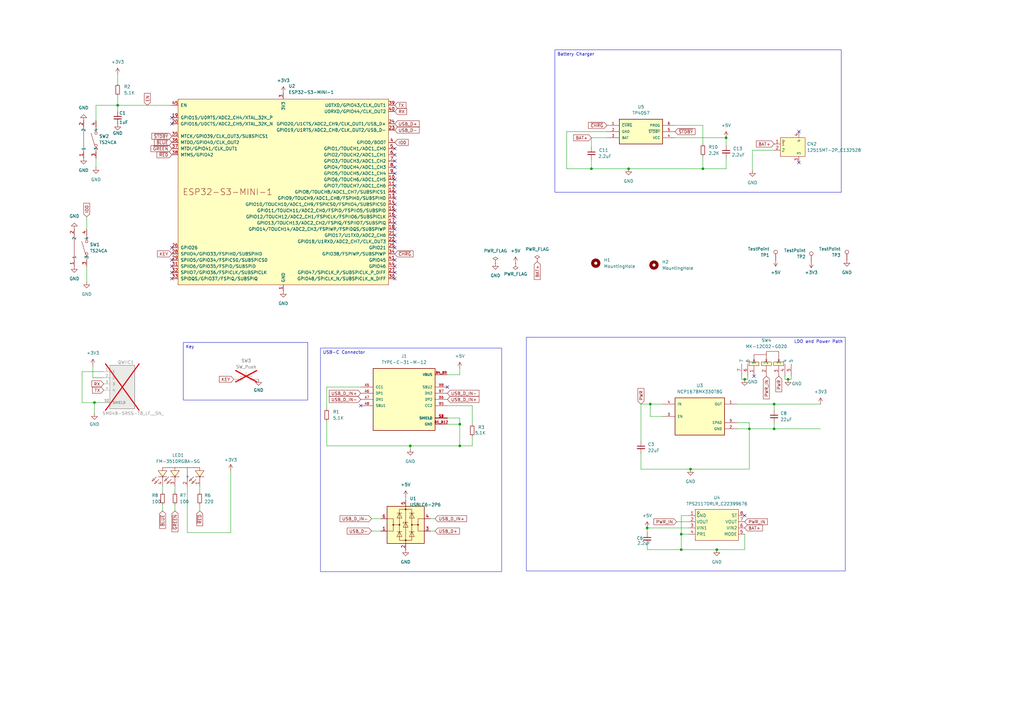
<source format=kicad_sch>
(kicad_sch (version 20250114) (generator "eeschema") (generator_version "9.0")
  (paper "A3")
  (lib_symbols
    (symbol "Connector:TestPoint" (pin_numbers (hide yes)) (pin_names (offset 0.762) (hide yes))
      (property "Reference" "TP" (at 0 6.858 0))
      (property "Value" "TestPoint" (at 0 5.08 0))
      (symbol "TestPoint_1_1"
        (pin passive line (at 0 0 90) (length 2.54) (name "1") (number "1"))
      )
    )
    (symbol "Device:C_Small" (pin_numbers (hide yes)) (pin_names (offset 0.254) (hide yes))
      (property "Reference" "C" (at 0.254 1.778 0))
      (property "Value" "C_Small" (at 0.254 -2.032 0))
      (symbol "C_Small_1_1"
        (pin passive line (at 0 2.54 270) (length 2.032) (name "~") (number "1"))
        (pin passive line (at 0 -2.54 90) (length 2.032) (name "~") (number "2"))
      )
    )
    (symbol "Device:R_Small" (pin_numbers (hide yes)) (pin_names (offset 0.254) (hide yes))
      (property "Reference" "R" (at 0.762 0.508 0))
      (property "Value" "R_Small" (at 0.762 -1.016 0))
      (symbol "R_Small_1_1"
        (pin passive line (at 0 2.54 270) (length 0.762) (name "~") (number "1"))
        (pin passive line (at 0 -2.54 90) (length 0.762) (name "~") (number "2"))
      )
    )
    (symbol "EasyEDA2Kicad:1251SMT-2P_C132528"
      (property "Reference" "CN" (at 0 11.43 0))
      (property "Value" "1251SMT-2P_C132528" (at 0 -11.43 0))
      (symbol "1251SMT-2P_C132528_0_1"
        (pin unspecified line (at -6.35 1.27 0) (length 2.54) (name "1") (number "1"))
        (pin unspecified line (at -6.35 -1.27 0) (length 2.54) (name "2") (number "2"))
        (pin unspecified line (at 3.81 6.35 270) (length 2.54) (name "4") (number "4"))
        (pin unspecified line (at 3.81 -6.35 90) (length 2.54) (name "3") (number "3"))
      )
    )
    (symbol "EasyEDA2Kicad:MK-12C02-G020"
      (property "Reference" "SW" (at 0 0 0))
      (property "Value" "MK-12C02-G020" (at 0 -10.16 0))
      (symbol "MK-12C02-G020_0_1"
        (pin unspecified line (at -10.16 -5.08 90) (length 5.08) (name "7") (number "7"))
        (pin unspecified line (at -7.62 -5.08 90) (length 5.08) (name "6") (number "6"))
        (pin unspecified line (at -5.08 -5.08 90) (length 4.318) (name "1") (number "1"))
        (pin unspecified line (at 0 -5.08 90) (length 4.318) (name "2") (number "2"))
        (pin unspecified line (at 5.08 -5.08 90) (length 4.318) (name "3") (number "3"))
        (pin unspecified line (at 7.62 -5.08 90) (length 5.08) (name "4") (number "4"))
        (pin unspecified line (at 10.16 -5.08 90) (length 5.08) (name "5") (number "5"))
      )
    )
    (symbol "EasyEDA2Kicad:TPS2117DRLR_C22399676"
      (property "Reference" "U" (at 0 8.89 0))
      (property "Value" "TPS2117DRLR_C22399676" (at 0 -8.89 0))
      (symbol "TPS2117DRLR_C22399676_0_1"
        (pin unspecified line (at -11.43 3.81 0) (length 2.54) (name "GND") (number "1"))
        (pin unspecified line (at -11.43 1.27 0) (length 2.54) (name "VOUT") (number "2"))
        (pin unspecified line (at -11.43 -1.27 0) (length 2.54) (name "VIN1") (number "3"))
        (pin unspecified line (at -11.43 -3.81 0) (length 2.54) (name "PR1") (number "4"))
        (pin unspecified line (at 11.43 3.81 180) (length 2.54) (name "ST") (number "8"))
        (pin unspecified line (at 11.43 1.27 180) (length 2.54) (name "VOUT") (number "7"))
        (pin unspecified line (at 11.43 -1.27 180) (length 2.54) (name "VIN2") (number "6"))
        (pin unspecified line (at 11.43 -3.81 180) (length 2.54) (name "MODE") (number "5"))
      )
    )
    (symbol "EasyEDA2Kicad:TS24CA"
      (property "Reference" "SW2" (at 1.2701 -3.81 90))
      (property "Value" "TS24CA" (at -1.2699 -3.81 90))
      (symbol "TS24CA_0_1"
        (pin unspecified line (at -7.62 2.54 0) (length 2.54) (name "1") (number "1"))
        (pin unspecified line (at -7.62 -2.54 0) (length 2.54) (name "3") (number "3"))
        (pin unspecified line (at 7.62 -2.54 180) (length 2.54) (name "4") (number "4"))
      )
      (symbol "TS24CA_1_1"
        (pin unspecified line (at 7.62 2.54 180) (length 2.54) (name "2") (number "2"))
      )
    )
    (symbol "LED-SMD_L3.5-W1.0-H1.2-FM-3510RGBA-SG:FM-3510RGBA-SG"
      (property "Reference" "LED" (at 0 0 0))
      (property "Value" "FM-3510RGBA-SG" (at 0 -10.16 0))
      (symbol "FM-3510RGBA-SG_0_1"
        (pin unspecified line (at -7.62 -5.08 90) (length 2.54) (name "-") (number "4"))
        (pin unspecified line (at -2.54 -5.08 90) (length 2.54) (name "-") (number "3"))
        (pin unspecified line (at 2.54 -5.08 90) (length 2.54) (name "+") (number "2"))
        (pin unspecified line (at 7.62 -5.08 90) (length 2.54) (name "-") (number "1"))
      )
    )
    (symbol "Mechanical:MountingHole" (pin_names (offset 1.016)) (in_bom no)
      (property "Reference" "H" (at 0 5.08 0))
      (property "Value" "MountingHole" (at 0 3.175 0))
    )
    (symbol "NCP167BMX330TBG:NCP167BMX330TBG" (pin_names (offset 1.016))
      (property "Reference" "U" (at -10.1639 8.8979 0))
      (property "Value" "NCP167BMX330TBG" (at -10.1614 -10.1627 0))
      (symbol "NCP167BMX330TBG_0_0"
        (pin input line (at -15.24 5.08 0) (length 5.08) (name "IN") (number "4"))
        (pin input line (at -15.24 0 0) (length 5.08) (name "EN") (number "3"))
        (pin output line (at 15.24 5.08 180) (length 5.08) (name "OUT") (number "1"))
        (pin power_in line (at 15.24 -2.54 180) (length 5.08) (name "EPAD") (number "5"))
        (pin power_in line (at 15.24 -5.08 180) (length 5.08) (name "GND") (number "2"))
      )
    )
    (symbol "PCM_Espressif:ESP32-S3-MINI-1" (pin_names (offset 1.016))
      (property "Reference" "U" (at -43.18 43.18 0))
      (property "Value" "ESP32-S3-MINI-1" (at -43.18 40.64 0))
      (symbol "ESP32-S3-MINI-1_0_0"
        (text "ESP32-S3-MINI-1" (at -22.86 0 0) (effects (font (size 2.54 2.54))))
        (pin input line (at -45.72 35.56 0) (length 2.54) (name "EN") (number "45"))
        (pin bidirectional line (at -45.72 30.48 0) (length 2.54) (name "GPIO15/U0RTS/ADC2_CH4/XTAL_32K_P") (number "19"))
        (pin bidirectional line (at -45.72 27.94 0) (length 2.54) (name "GPIO16/U0CTS/ADC2_CH5/XTAL_32K_N") (number "20"))
        (pin bidirectional line (at -45.72 22.86 0) (length 2.54) (name "MTCK/GPIO39/CLK_OUT3/SUBSPICS1") (number "35"))
        (pin bidirectional line (at -45.72 20.32 0) (length 2.54) (name "MTDO/GPIO40/CLK_OUT2") (number "36"))
        (pin bidirectional line (at -45.72 17.78 0) (length 2.54) (name "MTDI/GPIO41/CLK_OUT1") (number "37"))
        (pin bidirectional line (at -45.72 15.24 0) (length 2.54) (name "MTMS/GPIO42") (number "38"))
        (pin bidirectional line (at -45.72 -22.86 0) (length 2.54) (name "GPIO26") (number "26"))
        (pin bidirectional line (at -45.72 -25.4 0) (length 2.54) (name "SPIIO4/GPIO33/FSPIHD/SUBSPIHD") (number "28"))
        (pin bidirectional line (at -45.72 -27.94 0) (length 2.54) (name "SPIIO5/GPIO34/FSPICS0/SUBSPICS0") (number "29"))
        (pin bidirectional line (at -45.72 -30.48 0) (length 2.54) (name "SPIIO6/GPIO35/FSPID/SUBSPID") (number "31"))
        (pin bidirectional line (at -45.72 -33.02 0) (length 2.54) (name "SPIIO7/GPIO36/FSPICLK/SUBSPICLK") (number "32"))
        (pin bidirectional line (at -45.72 -35.56 0) (length 2.54) (name "SPIDQS/GPIO37/FSPIQ/SUBSPIQ") (number "33"))
        (pin power_in line (at 0 40.64 270) (length 2.54) (name "3V3") (number "3"))
        (pin power_in line (at 0 -40.64 90) (length 2.54) (name "GND") (number "1"))
        (pin passive line (at 0 -40.64 90) (length 2.54) (hide yes) (name "GND") (number "2"))
        (pin passive line (at 0 -40.64 90) (length 2.54) (hide yes) (name "GND") (number "42"))
        (pin passive line (at 0 -40.64 90) (length 2.54) (hide yes) (name "GND") (number "43"))
        (pin passive line (at 0 -40.64 90) (length 2.54) (hide yes) (name "GND") (number "46"))
        (pin passive line (at 0 -40.64 90) (length 2.54) (hide yes) (name "GND") (number "47"))
        (pin passive line (at 0 -40.64 90) (length 2.54) (hide yes) (name "GND") (number "48"))
        (pin passive line (at 0 -40.64 90) (length 2.54) (hide yes) (name "GND") (number "49"))
        (pin passive line (at 0 -40.64 90) (length 2.54) (hide yes) (name "GND") (number "50"))
        (pin passive line (at 0 -40.64 90) (length 2.54) (hide yes) (name "GND") (number "51"))
        (pin passive line (at 0 -40.64 90) (length 2.54) (hide yes) (name "GND") (number "52"))
        (pin passive line (at 0 -40.64 90) (length 2.54) (hide yes) (name "GND") (number "53"))
        (pin passive line (at 0 -40.64 90) (length 2.54) (hide yes) (name "GND") (number "54"))
        (pin passive line (at 0 -40.64 90) (length 2.54) (hide yes) (name "GND") (number "55"))
        (pin passive line (at 0 -40.64 90) (length 2.54) (hide yes) (name "GND") (number "56"))
        (pin passive line (at 0 -40.64 90) (length 2.54) (hide yes) (name "GND") (number "57"))
        (pin passive line (at 0 -40.64 90) (length 2.54) (hide yes) (name "GND") (number "58"))
        (pin passive line (at 0 -40.64 90) (length 2.54) (hide yes) (name "GND") (number "59"))
        (pin passive line (at 0 -40.64 90) (length 2.54) (hide yes) (name "GND") (number "60"))
        (pin passive line (at 0 -40.64 90) (length 2.54) (hide yes) (name "GND") (number "61"))
        (pin passive line (at 0 -40.64 90) (length 2.54) (hide yes) (name "GND") (number "62"))
        (pin passive line (at 0 -40.64 90) (length 2.54) (hide yes) (name "GND") (number "63"))
        (pin passive line (at 0 -40.64 90) (length 2.54) (hide yes) (name "GND") (number "64"))
        (pin passive line (at 0 -40.64 90) (length 2.54) (hide yes) (name "GND") (number "65"))
        (pin bidirectional line (at 45.72 35.56 180) (length 2.54) (name "U0TXD/GPIO43/CLK_OUT1") (number "39"))
        (pin bidirectional line (at 45.72 33.02 180) (length 2.54) (name "U0RXD/GPIO44/CLK_OUT2") (number "40"))
        (pin bidirectional line (at 45.72 27.94 180) (length 2.54) (name "GPIO20/U1CTS/ADC2_CH9/CLK_OUT1/USB_D+") (number "24"))
        (pin bidirectional line (at 45.72 25.4 180) (length 2.54) (name "GPIO19/U1RTS/ADC2_CH8/CLK_OUT2/USB_D-") (number "23"))
        (pin bidirectional line (at 45.72 20.32 180) (length 2.54) (name "GPIO0/BOOT") (number "4"))
        (pin bidirectional line (at 45.72 17.78 180) (length 2.54) (name "GPIO1/TOUCH1/ADC1_CH0") (number "5"))
        (pin bidirectional line (at 45.72 15.24 180) (length 2.54) (name "GPIO2/TOUCH2/ADC1_CH1") (number "6"))
        (pin bidirectional line (at 45.72 12.7 180) (length 2.54) (name "GPIO3/TOUCH3/ADC1_CH2") (number "7"))
        (pin bidirectional line (at 45.72 10.16 180) (length 2.54) (name "GPIO4/TOUCH4/ADC1_CH3") (number "8"))
        (pin bidirectional line (at 45.72 7.62 180) (length 2.54) (name "GPIO5/TOUCH5/ADC1_CH4") (number "9"))
        (pin bidirectional line (at 45.72 5.08 180) (length 2.54) (name "GPIO6/TOUCH6/ADC1_CH5") (number "10"))
        (pin bidirectional line (at 45.72 2.54 180) (length 2.54) (name "GPIO7/TOUCH7/ADC1_CH6") (number "11"))
        (pin bidirectional line (at 45.72 0 180) (length 2.54) (name "GPIO8/TOUCH8/ADC1_CH7/SUBSPICS1") (number "12"))
        (pin bidirectional line (at 45.72 -2.54 180) (length 2.54) (name "GPIO9/TOUCH9/ADC1_CH8/FSPIHD/SUBSPIHD") (number "13"))
        (pin bidirectional line (at 45.72 -5.08 180) (length 2.54) (name "GPIO10/TOUCH10/ADC1_CH9/FSPICS0/FSPIIO4/SUBSPICS0") (number "14"))
        (pin bidirectional line (at 45.72 -7.62 180) (length 2.54) (name "GPIO11/TOUCH11/ADC2_CH0/FSPID/FSPIIO5/SUBSPID") (number "15"))
        (pin bidirectional line (at 45.72 -10.16 180) (length 2.54) (name "GPIO12/TOUCH12/ADC2_CH1/FSPICLK/FSPIIO6/SUBSPICLK") (number "16"))
        (pin bidirectional line (at 45.72 -12.7 180) (length 2.54) (name "GPIO13/TOUCH13/ADC2_CH2/FSPIQ/FSPIIO7/SUBSPIQ") (number "17"))
        (pin bidirectional line (at 45.72 -15.24 180) (length 2.54) (name "GPIO14/TOUCH14/ADC2_CH3/FSPIWP/FSPIDQS/SUBSPIWP") (number "18"))
        (pin bidirectional line (at 45.72 -17.78 180) (length 2.54) (name "GPIO17/U1TXD/ADC2_CH6") (number "21"))
        (pin bidirectional line (at 45.72 -20.32 180) (length 2.54) (name "GPIO18/U1RXD/ADC2_CH7/CLK_OUT3") (number "22"))
        (pin bidirectional line (at 45.72 -22.86 180) (length 2.54) (name "GPIO21") (number "25"))
        (pin bidirectional line (at 45.72 -25.4 180) (length 2.54) (name "GPIO38/FSPIWP/SUBSPIWP") (number "34"))
        (pin bidirectional line (at 45.72 -27.94 180) (length 2.54) (name "GPIO45") (number "41"))
        (pin bidirectional line (at 45.72 -30.48 180) (length 2.54) (name "GPIO46") (number "44"))
        (pin bidirectional line (at 45.72 -33.02 180) (length 2.54) (name "GPIO47/SPICLK_P/SUBSPICLK_P_DIFF") (number "27"))
        (pin bidirectional line (at 45.72 -35.56 180) (length 2.54) (name "GPIO48/SPICLK_N/SUBSPICLK_N_DIFF") (number "30"))
      )
    )
    (symbol "Power_Protection:USBLC6-2P6" (pin_names (hide yes))
      (property "Reference" "U" (at 2.54 8.89 0))
      (property "Value" "USBLC6-2P6" (at 2.54 -8.89 0))
      (symbol "USBLC6-2P6_1_1"
        (pin passive line (at -10.16 2.54 0) (length 2.54) (name "I/O1") (number "6"))
        (pin passive line (at -10.16 -2.54 0) (length 2.54) (name "I/O1") (number "1"))
        (pin passive line (at 0 10.16 270) (length 2.54) (name "VBUS") (number "5"))
        (pin passive line (at 0 -10.16 90) (length 2.54) (name "GND") (number "2"))
        (pin passive line (at 10.16 2.54 180) (length 2.54) (name "I/O2") (number "4"))
        (pin passive line (at 10.16 -2.54 180) (length 2.54) (name "I/O2") (number "3"))
      )
    )
    (symbol "R_Small_1" (pin_numbers (hide yes)) (pin_names (offset 0.254) (hide yes))
      (property "Reference" "R" (at 0 0 90))
      (property "Value" "R_Small" (at 1.778 0 90))
      (symbol "R_Small_1_1_1"
        (pin passive line (at 0 2.54 270) (length 0.762) (name "~") (number "1"))
        (pin passive line (at 0 -2.54 90) (length 0.762) (name "~") (number "2"))
      )
    )
    (symbol "SM04B-SRSS-TB_LF__SN_:SM04B-SRSS-TB_LF__SN_" (pin_names (offset 1.016))
      (property "Reference" "J" (at -5.0831 8.1433 0))
      (property "Value" "SM04B-SRSS-TB_LF__SN_" (at -5.0835 -11.9557 0))
      (symbol "SM04B-SRSS-TB_LF__SN__0_0"
        (pin passive line (at -7.62 5.08 0) (length 2.54) (name "1") (number "1"))
        (pin passive line (at -7.62 2.54 0) (length 2.54) (name "2") (number "2"))
        (pin passive line (at -7.62 0 0) (length 2.54) (name "3") (number "3"))
        (pin passive line (at -7.62 -2.54 0) (length 2.54) (name "4") (number "4"))
        (pin passive line (at -7.62 -7.62 0) (length 2.54) (name "SHIELD") (number "S1"))
        (pin passive line (at -7.62 -7.62 0) (length 2.54) (name "SHIELD") (number "S2"))
      )
    )
    (symbol "Switch:SW_Push" (pin_numbers (hide yes)) (pin_names (offset 1.016) (hide yes))
      (property "Reference" "SW" (at 1.27 2.54 0))
      (property "Value" "SW_Push" (at 0 -1.524 0))
      (symbol "SW_Push_0_1"
        (pin passive line (at -5.08 0 0) (length 2.54) (name "1") (number "1"))
        (pin passive line (at 5.08 0 180) (length 2.54) (name "2") (number "2"))
      )
    )
    (symbol "TP4057:TP4057" (pin_names (offset 1.016))
      (property "Reference" "U" (at -7.62 5.842 0))
      (property "Value" "TP4057" (at -7.62 -7.62 0))
      (symbol "TP4057_0_0"
        (pin open_collector line (at -12.7 2.54 0) (length 5.08) (name "~{CHRG}") (number "1"))
        (pin power_in line (at -12.7 0 0) (length 5.08) (name "GND") (number "2"))
        (pin power_in line (at -12.7 -2.54 0) (length 5.08) (name "BAT") (number "3"))
        (pin input line (at 15.24 2.54 180) (length 5.08) (name "PROG") (number "6"))
        (pin open_collector line (at 15.24 0 180) (length 5.08) (name "~{STDBY}") (number "5"))
        (pin power_in line (at 15.24 -2.54 180) (length 5.08) (name "VCC") (number "4"))
      )
    )
    (symbol "TS24CA_1"
      (property "Reference" "SW4" (at 1.2701 -3.81 90))
      (property "Value" "TS24CA" (at -1.2699 -3.81 90))
      (symbol "TS24CA_1_0_1"
        (pin unspecified line (at -7.62 2.54 0) (length 2.54) (name "1") (number "1"))
        (pin unspecified line (at -7.62 -2.54 0) (length 2.54) (name "3") (number "3"))
        (pin unspecified line (at 7.62 -2.54 180) (length 2.54) (name "4") (number "4"))
      )
      (symbol "TS24CA_1_1_1"
        (pin unspecified line (at 7.62 2.54 180) (length 2.54) (name "2") (number "2"))
      )
    )
    (symbol "TYPE-C-31-M-12:TYPE-C-31-M-12" (pin_names (offset 1.016))
      (property "Reference" "J" (at -12.7 13.462 0))
      (property "Value" "TYPE-C-31-M-12" (at -12.7 -13.462 0))
      (symbol "TYPE-C-31-M-12_0_0"
        (pin bidirectional line (at -17.78 5.08 0) (length 5.08) (name "CC1") (number "A5"))
        (pin bidirectional line (at -17.78 2.54 0) (length 5.08) (name "DP1") (number "A6"))
        (pin bidirectional line (at -17.78 0 0) (length 5.08) (name "DN1") (number "A7"))
        (pin bidirectional line (at -17.78 -2.54 0) (length 5.08) (name "SBU1") (number "A8"))
        (pin power_in line (at 17.78 10.16 180) (length 5.08) (name "VBUS") (number "A4_B9"))
        (pin power_in line (at 17.78 10.16 180) (length 5.08) (name "VBUS") (number "B4_A9"))
        (pin bidirectional line (at 17.78 5.08 180) (length 5.08) (name "SBU2") (number "B8"))
        (pin bidirectional line (at 17.78 2.54 180) (length 5.08) (name "DN2") (number "B7"))
        (pin bidirectional line (at 17.78 0 180) (length 5.08) (name "DP2") (number "B6"))
        (pin bidirectional line (at 17.78 -2.54 180) (length 5.08) (name "CC2") (number "B5"))
        (pin passive line (at 17.78 -7.62 180) (length 5.08) (name "SHIELD") (number "S1"))
        (pin passive line (at 17.78 -7.62 180) (length 5.08) (name "SHIELD") (number "S2"))
        (pin passive line (at 17.78 -7.62 180) (length 5.08) (name "SHIELD") (number "S3"))
        (pin passive line (at 17.78 -7.62 180) (length 5.08) (name "SHIELD") (number "S4"))
        (pin power_in line (at 17.78 -10.16 180) (length 5.08) (name "GND") (number "A1_B12"))
        (pin power_in line (at 17.78 -10.16 180) (length 5.08) (name "GND") (number "B1_A12"))
      )
    )
    (symbol "power:+3V3" (power) (pin_numbers (hide yes)) (pin_names (offset 0) (hide yes))
      (property "Value" "+3V3" (at 0 3.556 0))
      (symbol "+3V3_1_1"
        (pin power_in line (at 0 0 90) (length 0) (name "~") (number "1"))
      )
    )
    (symbol "power:+5V" (power) (pin_numbers (hide yes)) (pin_names (offset 0) (hide yes))
      (property "Value" "+5V" (at 0 3.556 0))
      (symbol "+5V_1_1"
        (pin power_in line (at 0 0 90) (length 0) (name "~") (number "1"))
      )
    )
    (symbol "power:GND" (power) (pin_numbers (hide yes)) (pin_names (offset 0) (hide yes))
      (property "Value" "GND" (at 0 -3.81 0))
      (symbol "GND_1_1"
        (pin power_in line (at 0 0 270) (length 0) (name "~") (number "1"))
      )
    )
    (symbol "power:PWR_FLAG" (power) (pin_numbers (hide yes)) (pin_names (offset 0) (hide yes))
      (property "Value" "PWR_FLAG" (at 0 3.81 0))
      (symbol "PWR_FLAG_0_0"
        (pin power_out line (at 0 0 90) (length 0) (name "~") (number "1"))
      )
    )
  )
  (text_box "LDO and Power Path" (at 215.9 138.303 0) (size 130.81 95.885) (margins 0.9525 0.9525 0.9525 0.9525) (effects (font (size 1.27 1.27)) (justify right top)))
  (text_box "Battery Charger" (at 227.584 20.447 0) (size 117.475 58.42) (margins 0.9525 0.9525 0.9525 0.9525) (effects (font (size 1.27 1.27)) (justify left top)))
  (text_box "USB-C Connector" (at 131.445 142.748 0) (size 74.295 91.694) (margins 0.9525 0.9525 0.9525 0.9525) (effects (font (size 1.27 1.27)) (justify left top)))
  (text_box "Key" (at 75.184 140.462 0) (size 51.054 23.622) (margins 0.9525 0.9525 0.9525 0.9525) (effects (font (size 1.27 1.27)) (justify left top)))
  (junction (at 242.57 69.215))
  (junction (at 266.7 165.735))
  (junction (at 265.43 216.535))
  (junction (at 168.275 182.88))
  (junction (at 279.4 219.075))
  (junction (at 307.34 175.895))
  (junction (at 297.815 56.515))
  (junction (at 288.29 69.215))
  (junction (at 279.4 225.425))
  (junction (at 38.735 165.1))
  (junction (at 188.595 182.88))
  (junction (at 317.5 165.735))
  (junction (at 257.81 69.215))
  (junction (at 188.595 173.99))
  (junction (at 317.5 175.895))
  (junction (at 305.435 155.575))
  (junction (at 323.215 155.575))
  (junction (at 294.005 225.425))
  (junction (at 283.21 192.405))
  (junction (at 48.26 43.18))
  (no_connect (at 183.515 158.75))
  (no_connect (at 305.435 211.455))
  (no_connect (at 161.925 111.76))
  (no_connect (at 161.925 78.74))
  (no_connect (at 70.485 114.3))
  (no_connect (at 327.66 53.975))
  (no_connect (at 161.925 99.06))
  (no_connect (at 327.66 66.675))
  (no_connect (at 161.925 109.22))
  (no_connect (at 70.485 111.76))
  (no_connect (at 161.925 81.28))
  (no_connect (at 161.925 96.52))
  (no_connect (at 161.925 88.9))
  (no_connect (at 161.925 101.6))
  (no_connect (at 161.925 73.66))
  (no_connect (at 161.925 106.68))
  (no_connect (at 161.925 68.58))
  (no_connect (at 70.485 101.6))
  (no_connect (at 161.925 83.82))
  (no_connect (at 161.925 60.96))
  (no_connect (at 161.925 76.2))
  (no_connect (at 161.925 91.44))
  (no_connect (at 309.245 154.305))
  (no_connect (at 70.485 109.22))
  (no_connect (at 161.925 86.36))
  (no_connect (at 70.485 48.26))
  (no_connect (at 161.925 66.04))
  (no_connect (at 70.485 50.8))
  (no_connect (at 161.925 93.98))
  (no_connect (at 70.485 106.68))
  (no_connect (at 161.925 71.12))
  (no_connect (at 161.925 114.3))
  (no_connect (at 147.955 166.37))
  (no_connect (at 161.925 63.5))
  (wire (pts (xy 288.29 64.135) (xy 288.29 69.215)))
  (wire (pts (xy 188.595 151.13) (xy 188.595 153.67)))
  (wire (pts (xy 183.515 166.37) (xy 193.675 166.37)))
  (wire (pts (xy 39.37 64.77) (xy 39.37 68.58)))
  (wire (pts (xy 266.7 170.815) (xy 266.7 165.735)))
  (wire (pts (xy 308.61 61.595) (xy 317.5 61.595)))
  (wire (pts (xy 71.755 207.01) (xy 71.755 209.55)))
  (wire (pts (xy 39.37 43.18) (xy 48.26 43.18)))
  (wire (pts (xy 166.37 203.835) (xy 166.37 205.105)))
  (wire (pts (xy 307.34 175.895) (xy 302.26 175.895)))
  (wire (pts (xy 66.675 199.39) (xy 66.675 201.93)))
  (wire (pts (xy 39.37 43.18) (xy 39.37 49.53)))
  (wire (pts (xy 321.945 155.575) (xy 323.215 155.575)))
  (wire (pts (xy 76.835 199.39) (xy 76.835 218.44)))
  (wire (pts (xy 48.26 39.37) (xy 48.26 43.18)))
  (wire (pts (xy 35.56 109.22) (xy 35.56 115.57)))
  (wire (pts (xy 193.675 166.37) (xy 193.675 173.99)))
  (wire (pts (xy 147.955 158.75) (xy 133.985 158.75)))
  (wire (pts (xy 81.915 209.55) (xy 81.915 207.01)))
  (wire (pts (xy 48.26 30.48) (xy 48.26 34.29)))
  (wire (pts (xy 262.89 192.405) (xy 283.21 192.405)))
  (wire (pts (xy 242.57 65.405) (xy 242.57 69.215)))
  (wire (pts (xy 276.86 56.515) (xy 297.815 56.515)))
  (wire (pts (xy 48.26 43.18) (xy 70.485 43.18)))
  (wire (pts (xy 279.4 211.455) (xy 279.4 219.075)))
  (wire (pts (xy 262.89 186.055) (xy 262.89 192.405)))
  (wire (pts (xy 188.595 182.88) (xy 168.275 182.88)))
  (wire (pts (xy 265.43 223.52) (xy 265.43 225.425)))
  (wire (pts (xy 279.4 219.075) (xy 282.575 219.075)))
  (wire (pts (xy 324.485 154.305) (xy 324.485 155.575)))
  (wire (pts (xy 71.755 199.39) (xy 71.755 201.93)))
  (wire (pts (xy 308.61 61.595) (xy 308.61 69.85)))
  (wire (pts (xy 279.4 225.425) (xy 294.005 225.425)))
  (wire (pts (xy 265.43 216.535) (xy 265.43 218.44)))
  (wire (pts (xy 323.215 155.575) (xy 324.485 155.575)))
  (wire (pts (xy 271.78 170.815) (xy 266.7 170.815)))
  (wire (pts (xy 305.435 155.575) (xy 306.705 155.575)))
  (wire (pts (xy 176.53 217.805) (xy 178.435 217.805)))
  (wire (pts (xy 33.655 165.1) (xy 38.735 165.1)))
  (wire (pts (xy 232.41 53.975) (xy 232.41 69.215)))
  (wire (pts (xy 76.835 218.44) (xy 94.615 218.44)))
  (wire (pts (xy 38.735 165.1) (xy 38.735 169.545)))
  (wire (pts (xy 232.41 69.215) (xy 242.57 69.215)))
  (wire (pts (xy 307.34 192.405) (xy 283.21 192.405)))
  (wire (pts (xy 305.435 219.075) (xy 305.435 225.425)))
  (wire (pts (xy 257.81 69.215) (xy 288.29 69.215)))
  (wire (pts (xy 294.005 225.425) (xy 305.435 225.425)))
  (wire (pts (xy 48.26 43.18) (xy 48.26 45.72)))
  (wire (pts (xy 248.92 56.515) (xy 242.57 56.515)))
  (wire (pts (xy 317.5 165.735) (xy 336.55 165.735)))
  (wire (pts (xy 277.495 213.995) (xy 282.575 213.995)))
  (wire (pts (xy 266.7 165.735) (xy 271.78 165.735)))
  (wire (pts (xy 38.735 165.1) (xy 42.545 165.1)))
  (wire (pts (xy 321.945 154.305) (xy 321.945 155.575)))
  (wire (pts (xy 188.595 182.88) (xy 193.675 182.88)))
  (wire (pts (xy 193.675 179.07) (xy 193.675 182.88)))
  (wire (pts (xy 152.4 212.725) (xy 156.21 212.725)))
  (wire (pts (xy 133.985 172.72) (xy 133.985 182.88)))
  (wire (pts (xy 317.5 175.895) (xy 307.34 175.895)))
  (wire (pts (xy 304.165 155.575) (xy 305.435 155.575)))
  (wire (pts (xy 302.26 173.355) (xy 307.34 173.355)))
  (wire (pts (xy 317.5 175.895) (xy 336.55 175.895)))
  (wire (pts (xy 307.34 175.895) (xy 307.34 192.405)))
  (wire (pts (xy 265.43 225.425) (xy 279.4 225.425)))
  (wire (pts (xy 94.615 193.04) (xy 94.615 218.44)))
  (wire (pts (xy 279.4 219.075) (xy 279.4 225.425)))
  (wire (pts (xy 33.655 152.4) (xy 33.655 165.1)))
  (wire (pts (xy 38.1 149.86) (xy 38.1 154.94)))
  (wire (pts (xy 302.26 165.735) (xy 317.5 165.735)))
  (wire (pts (xy 297.815 69.215) (xy 297.815 64.77)))
  (wire (pts (xy 81.915 201.93) (xy 81.915 199.39)))
  (wire (pts (xy 279.4 211.455) (xy 282.575 211.455)))
  (wire (pts (xy 232.41 53.975) (xy 248.92 53.975)))
  (wire (pts (xy 133.985 182.88) (xy 168.275 182.88)))
  (wire (pts (xy 297.815 56.515) (xy 297.815 59.69)))
  (wire (pts (xy 33.655 152.4) (xy 42.545 152.4)))
  (wire (pts (xy 265.43 216.535) (xy 282.575 216.535)))
  (wire (pts (xy 317.5 173.355) (xy 317.5 175.895)))
  (wire (pts (xy 288.29 51.435) (xy 288.29 59.055)))
  (wire (pts (xy 38.1 154.94) (xy 42.545 154.94)))
  (wire (pts (xy 66.675 207.01) (xy 66.675 209.55)))
  (wire (pts (xy 188.595 173.99) (xy 188.595 182.88)))
  (wire (pts (xy 176.53 212.725) (xy 178.435 212.725)))
  (wire (pts (xy 188.595 171.45) (xy 188.595 173.99)))
  (wire (pts (xy 304.165 154.305) (xy 304.165 155.575)))
  (wire (pts (xy 242.57 69.215) (xy 257.81 69.215)))
  (wire (pts (xy 262.89 165.735) (xy 262.89 180.975)))
  (wire (pts (xy 307.34 173.355) (xy 307.34 175.895)))
  (wire (pts (xy 183.515 153.67) (xy 188.595 153.67)))
  (wire (pts (xy 35.56 88.9) (xy 35.56 93.98)))
  (wire (pts (xy 133.985 158.75) (xy 133.985 167.64)))
  (wire (pts (xy 152.4 217.805) (xy 156.21 217.805)))
  (wire (pts (xy 168.275 182.88) (xy 168.275 184.15)))
  (wire (pts (xy 183.515 171.45) (xy 188.595 171.45)))
  (wire (pts (xy 242.57 56.515) (xy 242.57 60.325)))
  (wire (pts (xy 183.515 173.99) (xy 188.595 173.99)))
  (wire (pts (xy 262.89 165.735) (xy 266.7 165.735)))
  (wire (pts (xy 306.705 154.305) (xy 306.705 155.575)))
  (wire (pts (xy 288.29 69.215) (xy 297.815 69.215)))
  (wire (pts (xy 317.5 165.735) (xy 317.5 168.275)))
  (wire (pts (xy 276.86 51.435) (xy 288.29 51.435)))
  (global_label "USB_D_IN-" (shape input) (at 183.515 161.29 0) (property "Intersheetrefs" "${INTERSHEET_REFS}" (effects (hide yes))))
  (global_label "PWR" (shape input) (at 319.405 154.305 270) (property "Intersheetrefs" "${INTERSHEET_REFS}" (effects (hide yes))))
  (global_label "~{GREEN}" (shape input) (at 70.485 60.96 180) (property "Intersheetrefs" "${INTERSHEET_REFS}" (effects (hide yes))))
  (global_label "USB_D_IN+" (shape input) (at 183.515 163.83 0) (property "Intersheetrefs" "${INTERSHEET_REFS}" (effects (hide yes))))
  (global_label "USB_D_IN+" (shape input) (at 147.955 161.29 180) (property "Intersheetrefs" "${INTERSHEET_REFS}" (effects (hide yes))))
  (global_label "USB_D_IN+" (shape input) (at 178.435 212.725 0) (property "Intersheetrefs" "${INTERSHEET_REFS}" (effects (hide yes))))
  (global_label "TX" (shape input) (at 42.545 160.02 180) (property "Intersheetrefs" "${INTERSHEET_REFS}" (effects (hide yes))))
  (global_label "~{STDBY}" (shape input) (at 70.485 55.88 180) (property "Intersheetrefs" "${INTERSHEET_REFS}" (effects (hide yes))))
  (global_label "PWR_IN" (shape input) (at 305.435 213.995 0) (property "Intersheetrefs" "${INTERSHEET_REFS}" (effects (hide yes))))
  (global_label "USB_D_IN-" (shape input) (at 147.955 163.83 180) (property "Intersheetrefs" "${INTERSHEET_REFS}" (effects (hide yes))))
  (global_label "~{BLUE}" (shape input) (at 66.675 209.55 270) (property "Intersheetrefs" "${INTERSHEET_REFS}" (effects (hide yes))))
  (global_label "IO0" (shape input) (at 35.56 88.9 90) (property "Intersheetrefs" "${INTERSHEET_REFS}" (effects (hide yes))))
  (global_label "KEY" (shape input) (at 70.485 104.14 180) (property "Intersheetrefs" "${INTERSHEET_REFS}" (effects (hide yes))))
  (global_label "RX" (shape input) (at 42.545 157.48 180) (property "Intersheetrefs" "${INTERSHEET_REFS}" (effects (hide yes))))
  (global_label "EN" (shape input) (at 60.452 43.18 90) (property "Intersheetrefs" "${INTERSHEET_REFS}" (effects (hide yes))))
  (global_label "TX" (shape input) (at 161.925 43.18 0) (property "Intersheetrefs" "${INTERSHEET_REFS}" (effects (hide yes))))
  (global_label "PWR_IN" (shape input) (at 277.495 213.995 180) (property "Intersheetrefs" "${INTERSHEET_REFS}" (effects (hide yes))))
  (global_label "USB_D-" (shape input) (at 152.4 217.805 180) (property "Intersheetrefs" "${INTERSHEET_REFS}" (effects (hide yes))))
  (global_label "USB_D+" (shape input) (at 161.925 50.8 0) (property "Intersheetrefs" "${INTERSHEET_REFS}" (effects (hide yes))))
  (global_label "~{CHRG}" (shape input) (at 248.92 51.435 180) (property "Intersheetrefs" "${INTERSHEET_REFS}" (effects (hide yes))))
  (global_label "~{RED}" (shape input) (at 70.485 63.5 180) (property "Intersheetrefs" "${INTERSHEET_REFS}" (effects (hide yes))))
  (global_label "USB_D+" (shape input) (at 178.435 217.805 0) (property "Intersheetrefs" "${INTERSHEET_REFS}" (effects (hide yes))))
  (global_label "~{RED}" (shape input) (at 81.915 209.55 270) (property "Intersheetrefs" "${INTERSHEET_REFS}" (effects (hide yes))))
  (global_label "USB_D-" (shape input) (at 161.925 53.34 0) (property "Intersheetrefs" "${INTERSHEET_REFS}" (effects (hide yes))))
  (global_label "BAT+" (shape input) (at 242.57 56.515 180) (property "Intersheetrefs" "${INTERSHEET_REFS}" (effects (hide yes))))
  (global_label "~{GREEN}" (shape input) (at 71.755 209.55 270) (property "Intersheetrefs" "${INTERSHEET_REFS}" (effects (hide yes))))
  (global_label "PWR_IN" (shape input) (at 314.325 154.305 270) (property "Intersheetrefs" "${INTERSHEET_REFS}" (effects (hide yes))))
  (global_label "~{CHRG}" (shape input) (at 161.925 104.14 0) (property "Intersheetrefs" "${INTERSHEET_REFS}" (effects (hide yes))))
  (global_label "BAT+" (shape input) (at 220.345 107.315 270) (property "Intersheetrefs" "${INTERSHEET_REFS}" (effects (hide yes))))
  (global_label "USB_D_IN-" (shape input) (at 152.4 212.725 180) (property "Intersheetrefs" "${INTERSHEET_REFS}" (effects (hide yes))))
  (global_label "~{STDBY}" (shape input) (at 276.86 53.975 0) (property "Intersheetrefs" "${INTERSHEET_REFS}" (effects (hide yes))))
  (global_label "IO0" (shape input) (at 161.925 58.42 0) (property "Intersheetrefs" "${INTERSHEET_REFS}" (effects (hide yes))))
  (global_label "RX" (shape input) (at 161.925 45.72 0) (property "Intersheetrefs" "${INTERSHEET_REFS}" (effects (hide yes))))
  (global_label "KEY" (shape input) (at 95.885 155.575 180) (property "Intersheetrefs" "${INTERSHEET_REFS}" (effects (hide yes))))
  (global_label "~{BLUE}" (shape input) (at 70.485 58.42 180) (property "Intersheetrefs" "${INTERSHEET_REFS}" (effects (hide yes))))
  (global_label "PWR" (shape input) (at 262.89 165.735 90) (property "Intersheetrefs" "${INTERSHEET_REFS}" (effects (hide yes))))
  (global_label "BAT+" (shape input) (at 317.5 59.055 180) (property "Intersheetrefs" "${INTERSHEET_REFS}" (effects (hide yes))))
  (global_label "BAT+" (shape input) (at 305.435 216.535 0) (property "Intersheetrefs" "${INTERSHEET_REFS}" (effects (hide yes))))
  (symbol (lib_id "power:GND") (at 168.275 184.15 0) (unit 1)
    (property "Reference" "#PWR011" (effects (hide yes)))
    (property "Value" "GND" (at 168.275 189.23 0))
    (property "Description" "Power symbol creates a global label with name \"GND\" , ground" (effects (hide yes)))
  )
  (symbol (lib_id "power:+3V3") (at 332.74 107.315 180) (unit 1)
    (property "Reference" "#PWR020" (effects (hide yes)))
    (property "Value" "+3V3" (at 332.74 111.76 0))
  )
  (symbol (lib_id "Device:C_Small") (at 265.43 220.98 0) (unit 1)
    (property "Reference" "C6" (at 261.112 220.726 0) (effects (justify left)))
    (property "Value" "2.2uF" (at 261.366 222.758 0) (effects (justify left)))
    (property "Footprint" "Capacitor_SMD:C_0603_1608Metric" (effects (hide yes)))
    (property "Description" "Unpolarized capacitor, small symbol" (effects (hide yes)))
    (property "Mfg Part #" "test" (effects (hide yes)))
  )
  (symbol (lib_id "power:+3V3") (at 48.26 30.48 0) (unit 1)
    (property "Reference" "#PWR07" (effects (hide yes)))
    (property "Value" "+3V3" (at 48.26 25.4 0))
    (property "Description" "Power symbol creates a global label with name \"+3V3\"" (effects (hide yes)))
  )
  (symbol (lib_id "power:GND") (at 38.735 169.545 0) (unit 1)
    (property "Reference" "#PWR028" (effects (hide yes)))
    (property "Value" "GND" (at 38.735 173.99 0))
  )
  (symbol (lib_id "Mechanical:MountingHole") (at 244.348 107.95 0) (unit 1) (in_bom no)
    (property "Reference" "H1" (at 247.65 106.6799 0) (effects (justify left)))
    (property "Value" "MountingHole" (at 247.65 109.2199 0) (effects (justify left)))
    (property "Footprint" "MountingHole:MountingHole_2.2mm_M2" (effects (hide yes)))
    (property "Description" "Mounting Hole without connection" (effects (hide yes)))
  )
  (symbol (lib_id "power:GND") (at 305.435 155.575 0) (unit 1)
    (property "Reference" "#PWR018" (effects (hide yes)))
    (property "Value" "GND" (at 308.737 156.591 0))
    (property "Description" "Power symbol creates a global label with name \"GND\" , ground" (effects (hide yes)))
  )
  (symbol (lib_id "power:GND") (at 48.26 50.8 0) (unit 1)
    (property "Reference" "#PWR08" (effects (hide yes)))
    (property "Value" "GND" (at 48.26 54.61 0))
    (property "Description" "Power symbol creates a global label with name \"GND\" , ground" (effects (hide yes)))
  )
  (symbol (lib_id "power:+3V3") (at 116.205 38.1 0) (unit 1)
    (property "Reference" "#PWR014" (effects (hide yes)))
    (property "Value" "+3V3" (at 116.205 33.02 0))
    (property "Description" "Power symbol creates a global label with name \"+3V3\"" (effects (hide yes)))
  )
  (symbol (lib_id "power:GND") (at 34.29 64.77 0) (unit 1)
    (property "Reference" "#PWR04" (effects (hide yes)))
    (property "Value" "GND" (at 34.29 69.85 0))
  )
  (symbol (lib_id "Device:C_Small") (at 297.815 62.23 0) (unit 1)
    (property "Reference" "C13" (at 300.609 60.96 0) (effects (justify left)))
    (property "Value" "2.2uF" (at 300.101 63.5 0) (effects (justify left)))
    (property "Footprint" "Capacitor_SMD:C_0603_1608Metric" (effects (hide yes)))
    (property "Description" "Unpolarized capacitor, small symbol" (effects (hide yes)))
  )
  (symbol (lib_id "LED-SMD_L3.5-W1.0-H1.2-FM-3510RGBA-SG:FM-3510RGBA-SG") (at 74.295 194.31 0) (unit 1)
    (property "Reference" "LED1" (at 73.025 186.69 0))
    (property "Value" "FM-3510RGBA-SG" (at 73.025 189.23 0))
    (property "Footprint" "LED-SMD_L3.5-W1.0-H1.2-FM-3510RGBA-SG:LED-SMD_FM-3510RGBA-SG" (effects (hide yes)))
    (property "Datasheet" "https://lcsc.com/product-detail/Light-Emitting-Diodes-LED_Foshan-NationStar-Optoelectronics-FM-3510RGBA-SG_C727903.html" (effects (hide yes)))
    (property "LCSC Part" "C727903" (effects (hide yes)))
    (property "MF" "Foshan NationStar Optoelectronics" (effects (hide yes)))
    (property "MP" "FM-3510RGBA-SG" (effects (hide yes)))
  )
  (symbol (lib_id "power:GND") (at 347.345 106.68 0) (unit 1)
    (property "Reference" "#PWR021" (effects (hide yes)))
    (property "Value" "GND" (at 347.345 111.76 0))
    (property "Description" "Power symbol creates a global label with name \"GND\" , ground" (effects (hide yes)))
  )
  (symbol (lib_id "power:GND") (at 203.2 107.95 0) (unit 1)
    (property "Reference" "#PWR031" (effects (hide yes)))
    (property "Value" "GND" (at 203.2 113.03 0))
  )
  (symbol (lib_id "Device:R_Small") (at 71.755 204.47 0) (unit 1)
    (property "Reference" "R7" (at 73.66 203.2 0) (effects (justify left)))
    (property "Value" "100" (at 73.66 205.74 0) (effects (justify left)))
    (property "Footprint" "Resistor_SMD:R_0603_1608Metric" (effects (hide yes)))
  )
  (symbol (lib_id "EasyEDA2Kicad:MK-12C02-G020") (at 314.325 149.225 0) (unit 1)
    (property "Reference" "SW4" (at 314.325 139.573 0))
    (property "Value" "MK-12C02-G020" (at 314.325 142.113 0))
    (property "Footprint" "easyeda2kicad:SW-SMD_MK-12C02-G020" (effects (hide yes)))
    (property "Datasheet" "https://lcsc.com/product-detail/Toggle-Switches_G-Switch-MK-12C02-G020_C963206.html" (effects (hide yes)))
    (property "LCSC Part" "C963206" (effects (hide yes)))
    (property "MF" "G-Switch" (effects (hide yes)))
    (property "MP" "MK-12C02-G020" (effects (hide yes)))
  )
  (symbol (lib_id "power:+5V") (at 211.455 107.95 0) (unit 1)
    (property "Reference" "#PWR032" (effects (hide yes)))
    (property "Value" "+5V" (at 211.455 102.87 0))
  )
  (symbol (lib_name "TS24CA_1") (lib_id "EasyEDA2Kicad:TS24CA") (at 33.02 101.6 90) (unit 1)
    (property "Reference" "SW1" (at 36.83 100.3299 90) (effects (justify right)))
    (property "Value" "TS24CA" (at 36.83 102.8699 90) (effects (justify right)))
    (property "Footprint" "easyeda2kicad:SW-SMD_TS24CA" (effects (hide yes)))
    (property "Datasheet" "https://lcsc.com/product-detail/Tactile-Switches_SHOU-HAN-TS24CA_C393942.html" (effects (hide yes)))
    (property "LCSC Part" "C393942" (effects (hide yes)))
    (property "MF" "SHOU HAN" (effects (hide yes)))
    (property "MP" "TS24CA" (effects (hide yes)))
  )
  (symbol (lib_id "power:+5V") (at 166.37 203.835 0) (unit 1)
    (property "Reference" "#PWR09" (effects (hide yes)))
    (property "Value" "+5V" (at 166.37 198.755 0))
  )
  (symbol (lib_id "Device:R_Small") (at 66.675 204.47 0) (unit 1)
    (property "Reference" "R8" (at 62.23 203.2 0) (effects (justify left)))
    (property "Value" "100" (at 62.23 205.74 0) (effects (justify left)))
    (property "Footprint" "Resistor_SMD:R_0603_1608Metric" (effects (hide yes)))
  )
  (symbol (lib_id "Mechanical:MountingHole") (at 268.224 108.712 0) (unit 1) (in_bom no)
    (property "Reference" "H2" (at 271.526 107.4419 0) (effects (justify left)))
    (property "Value" "MountingHole" (at 271.526 109.9819 0) (effects (justify left)))
    (property "Footprint" "MountingHole:MountingHole_2.2mm_M2" (effects (hide yes)))
    (property "Description" "Mounting Hole without connection" (effects (hide yes)))
  )
  (symbol (lib_id "power:PWR_FLAG") (at 211.455 107.95 180) (unit 1)
    (property "Reference" "#FLG02" (effects (hide yes)))
    (property "Value" "PWR_FLAG" (at 211.455 112.395 0))
    (property "Description" "Special symbol for telling ERC where power comes from" (effects (hide yes)))
  )
  (symbol (lib_id "power:GND") (at 166.37 225.425 0) (unit 1)
    (property "Reference" "#PWR010" (effects (hide yes)))
    (property "Value" "GND" (at 166.37 230.505 0))
  )
  (symbol (lib_id "power:GND") (at 35.56 115.57 0) (unit 1)
    (property "Reference" "#PWR05" (effects (hide yes)))
    (property "Value" "GND" (at 35.56 120.65 0))
  )
  (symbol (lib_id "Device:C_Small") (at 242.57 62.865 0) (unit 1)
    (property "Reference" "C11" (at 245.618 61.595 0) (effects (justify left)))
    (property "Value" "2.2uF" (at 245.364 64.135 0) (effects (justify left)))
    (property "Footprint" "Capacitor_SMD:C_0603_1608Metric" (effects (hide yes)))
    (property "Description" "Unpolarized capacitor, small symbol" (effects (hide yes)))
  )
  (symbol (lib_id "power:+3V3") (at 38.1 149.86 0) (mirror y) (unit 1)
    (property "Reference" "#PWR027" (effects (hide yes)))
    (property "Value" "+3V3" (at 38.1 144.78 0))
    (property "Description" "Power symbol creates a global label with name \"+3V3\"" (effects (hide yes)))
  )
  (symbol (lib_id "Switch:SW_Push") (at 100.965 155.575 0) (unit 1) (in_bom no) (dnp yes)
    (property "Reference" "SW3" (at 100.965 147.955 0))
    (property "Value" "SW_Push" (at 100.965 150.495 0))
    (property "Footprint" "Cherry MX:Cherry-combined-low-mx" (effects (hide yes)))
    (property "Description" "Push button switch, generic, two pins" (effects (hide yes)))
  )
  (symbol (lib_id "power:GND") (at 294.005 225.425 0) (unit 1)
    (property "Reference" "#PWR017" (effects (hide yes)))
    (property "Value" "GND" (at 294.005 230.505 0))
    (property "Description" "Power symbol creates a global label with name \"GND\" , ground" (effects (hide yes)))
  )
  (symbol (lib_id "power:GND") (at 323.215 155.575 0) (unit 1)
    (property "Reference" "#PWR022" (effects (hide yes)))
    (property "Value" "GND" (at 326.771 157.353 0))
    (property "Description" "Power symbol creates a global label with name \"GND\" , ground" (effects (hide yes)))
  )
  (symbol (lib_id "power:GND") (at 116.205 119.38 0) (unit 1)
    (property "Reference" "#PWR015" (effects (hide yes)))
    (property "Value" "GND" (at 116.205 124.46 0))
    (property "Description" "Power symbol creates a global label with name \"GND\" , ground" (effects (hide yes)))
  )
  (symbol (lib_name "R_Small_1") (lib_id "Device:R_Small") (at 48.26 36.83 0) (unit 1)
    (property "Reference" "R2" (at 50.8 35.56 0) (effects (justify left)))
    (property "Value" "5.1K" (at 50.8 38.1 0) (effects (justify left)))
    (property "Footprint" "Resistor_SMD:R_0603_1608Metric" (effects (hide yes)))
    (property "Description" "Resistor, small symbol" (effects (hide yes)))
  )
  (symbol (lib_id "Connector:TestPoint") (at 332.74 107.315 0) (unit 1) (in_bom no)
    (property "Reference" "TP2" (at 330.454 105.2831 0) (effects (justify right)))
    (property "Value" "TestPoint" (at 330.454 102.7431 0) (effects (justify right)))
    (property "Footprint" "TestPoint:TestPoint_Pad_D2.0mm" (effects (hide yes)))
    (property "Description" "test point" (effects (hide yes)))
  )
  (symbol (lib_id "power:+5V") (at 318.135 106.68 180) (unit 1)
    (property "Reference" "#PWR019" (effects (hide yes)))
    (property "Value" "+5V" (at 318.135 111.76 0))
    (property "Description" "Power symbol creates a global label with name \"+5V\"" (effects (hide yes)))
  )
  (symbol (lib_id "power:+3V3") (at 94.615 193.04 0) (unit 1)
    (property "Reference" "#PWR025" (effects (hide yes)))
    (property "Value" "+3V3" (at 94.615 188.595 0))
  )
  (symbol (lib_id "Device:R_Small") (at 81.915 204.47 0) (unit 1)
    (property "Reference" "R6" (at 83.82 203.2 0) (effects (justify left)))
    (property "Value" "220" (at 83.82 205.74 0) (effects (justify left)))
    (property "Footprint" "Resistor_SMD:R_0603_1608Metric" (effects (hide yes)))
  )
  (symbol (lib_id "EasyEDA2Kicad:TS24CA") (at 36.83 57.15 90) (unit 1)
    (property "Reference" "SW2" (at 40.64 55.8799 90) (effects (justify right)))
    (property "Value" "TS24CA" (at 40.64 58.4199 90) (effects (justify right)))
    (property "Footprint" "easyeda2kicad:SW-SMD_TS24CA" (effects (hide yes)))
    (property "Datasheet" "https://lcsc.com/product-detail/Tactile-Switches_SHOU-HAN-TS24CA_C393942.html" (effects (hide yes)))
    (property "LCSC Part" "C393942" (effects (hide yes)))
    (property "MF" "SHOU HAN" (effects (hide yes)))
    (property "MP" "TS24CA" (effects (hide yes)))
  )
  (symbol (lib_id "power:+5V") (at 265.43 216.535 0) (unit 1)
    (property "Reference" "#PWR013" (effects (hide yes)))
    (property "Value" "+5V" (at 265.43 211.455 0))
    (property "Description" "Power symbol creates a global label with name \"+5V\"" (effects (hide yes)))
  )
  (symbol (lib_id "TYPE-C-31-M-12:TYPE-C-31-M-12") (at 165.735 163.83 0) (unit 1)
    (property "Reference" "J1" (at 165.735 146.05 0))
    (property "Value" "TYPE-C-31-M-12" (at 165.735 148.59 0))
    (property "Footprint" "TYPE-C-31-M-12:HRO_TYPE-C-31-M-12" (effects (hide yes)))
    (property "PARTREV" "2020.12.08" (effects (hide yes)))
    (property "MANUFACTURER" "HRO Electronics Co., Ltd." (effects (hide yes)))
    (property "SNAPEDA_PN" "TYPE-C-31-M-12" (effects (hide yes)))
    (property "MAXIMUM_PACKAGE_HEIGHT" "3.26 mm" (effects (hide yes)))
    (property "STANDARD" "Manufacturer Recommendations" (effects (hide yes)))
    (property "MF" "韩国韩荣" (effects (hide yes)))
    (property "MP" "TYPE-C-31-M-12" (effects (hide yes)))
  )
  (symbol (lib_id "power:PWR_FLAG") (at 220.345 107.315 0) (unit 1)
    (property "Reference" "#FLG03" (effects (hide yes)))
    (property "Value" "PWR_FLAG" (at 220.345 102.235 0))
    (property "Description" "Special symbol for telling ERC where power comes from" (effects (hide yes)))
  )
  (symbol (lib_id "Connector:TestPoint") (at 347.345 106.68 0) (unit 1) (in_bom no)
    (property "Reference" "TP3" (at 344.805 104.6481 0) (effects (justify right)))
    (property "Value" "TestPoint" (at 344.805 102.1081 0) (effects (justify right)))
    (property "Footprint" "TestPoint:TestPoint_Pad_D2.0mm" (effects (hide yes)))
    (property "Description" "test point" (effects (hide yes)))
  )
  (symbol (lib_id "power:+5V") (at 297.815 56.515 0) (unit 1)
    (property "Reference" "#PWR024" (effects (hide yes)))
    (property "Value" "+5V" (at 297.815 51.435 0))
    (property "Description" "Power symbol creates a global label with name \"+5V\"" (effects (hide yes)))
  )
  (symbol (lib_id "Device:R_Small") (at 193.675 176.53 0) (mirror x) (unit 1)
    (property "Reference" "R3" (at 198.755 175.26 0) (effects (justify right)))
    (property "Value" "5.1K" (at 199.263 177.546 0) (effects (justify right)))
    (property "Footprint" "Resistor_SMD:R_0603_1608Metric" (effects (hide yes)))
    (property "Description" "Resistor, small symbol" (effects (hide yes)))
  )
  (symbol (lib_id "SM04B-SRSS-TB_LF__SN_:SM04B-SRSS-TB_LF__SN_") (at 50.165 157.48 0) (unit 1) (in_bom no) (dnp yes)
    (property "Reference" "QWIIC1" (at 48.26 148.59 0) (effects (justify left)))
    (property "Value" "SM04B-SRSS-TB_LF__SN_" (at 41.91 169.545 0) (effects (justify left)))
    (property "Footprint" "SM04B-SRSS-TB_LF__SN_:JST_SM04B-SRSS-TB_LF__SN_" (effects (hide yes)))
    (property "Description" "Connector Header Surface Mount, Right Angle 4 position 0.039 (1.00mm)" (effects (hide yes)))
    (property "MF" "JST Sales" (effects (hide yes)))
    (property "Package" "None" (effects (hide yes)))
    (property "Price" "None" (effects (hide yes)))
    (property "Check_prices" "https://www.snapeda.com/parts/SM04B-SRSS-TB(LF)(SN)/JST+Sales+America+Inc./view-part/?ref=eda" (effects (hide yes)))
    (property "STANDARD" "Manufacturer recommendations" (effects (hide yes)))
    (property "SnapEDA_Link" "https://www.snapeda.com/parts/SM04B-SRSS-TB(LF)(SN)/JST+Sales+America+Inc./view-part/?ref=snap" (effects (hide yes)))
    (property "MP" "SM04B-SRSS-TB(LF)(SN)" (effects (hide yes)))
    (property "Availability" "In Stock" (effects (hide yes)))
    (property "MANUFACTURER" "JST" (effects (hide yes)))
  )
  (symbol (lib_id "power:GND") (at 39.37 68.58 0) (mirror y) (unit 1)
    (property "Reference" "#PWR06" (effects (hide yes)))
    (property "Value" "GND" (at 39.37 73.66 0))
    (property "Description" "Power symbol creates a global label with name \"GND\" , ground" (effects (hide yes)))
  )
  (symbol (lib_id "Device:C_Small") (at 48.26 48.26 0) (unit 1)
    (property "Reference" "C1" (at 48.895 46.355 0) (effects (justify left)))
    (property "Value" "1uF" (at 48.895 50.165 0) (effects (justify left)))
    (property "Footprint" "Capacitor_SMD:C_0603_1608Metric" (effects (hide yes)))
    (property "Description" "Unpolarized capacitor, small symbol" (effects (hide yes)))
  )
  (symbol (lib_id "power:GND") (at 30.48 109.22 0) (unit 1)
    (property "Reference" "#PWR02" (effects (hide yes)))
    (property "Value" "GND" (at 30.48 114.3 0))
  )
  (symbol (lib_id "power:GND") (at 30.48 93.98 180) (unit 1)
    (property "Reference" "#PWR01" (effects (hide yes)))
    (property "Value" "GND" (at 30.48 88.646 0))
  )
  (symbol (lib_id "power:GND") (at 257.81 69.215 0) (unit 1)
    (property "Reference" "#PWR026" (effects (hide yes)))
    (property "Value" "GND" (at 257.81 74.295 0))
    (property "Description" "Power symbol creates a global label with name \"GND\" , ground" (effects (hide yes)))
  )
  (symbol (lib_id "power:GND") (at 106.045 155.575 0) (unit 1)
    (property "Reference" "#PWR029" (effects (hide yes)))
    (property "Value" "GND" (at 106.045 160.02 0))
  )
  (symbol (lib_id "Connector:TestPoint") (at 318.135 106.68 0) (unit 1) (in_bom no)
    (property "Reference" "TP1" (at 315.595 104.6481 0) (effects (justify right)))
    (property "Value" "TestPoint" (at 315.595 102.1081 0) (effects (justify right)))
    (property "Footprint" "TestPoint:TestPoint_Pad_D2.0mm" (effects (hide yes)))
    (property "Description" "test point" (effects (hide yes)))
  )
  (symbol (lib_id "power:GND") (at 283.21 192.405 0) (unit 1)
    (property "Reference" "#PWR016" (effects (hide yes)))
    (property "Value" "GND" (at 283.21 197.485 0))
    (property "Description" "Power symbol creates a global label with name \"GND\" , ground" (effects (hide yes)))
  )
  (symbol (lib_id "power:GND") (at 308.61 69.85 0) (unit 1)
    (property "Reference" "#PWR030" (effects (hide yes)))
    (property "Value" "GND" (at 308.61 74.93 0))
    (property "Description" "Power symbol creates a global label with name \"GND\" , ground" (effects (hide yes)))
  )
  (symbol (lib_id "power:+3V3") (at 336.55 165.735 0) (unit 1)
    (property "Reference" "#PWR023" (effects (hide yes)))
    (property "Value" "+3V3" (at 336.55 160.655 0))
    (property "Description" "Power symbol creates a global label with name \"+3V3\"" (effects (hide yes)))
  )
  (symbol (lib_id "power:+5V") (at 188.595 151.13 0) (unit 1)
    (property "Reference" "#PWR012" (effects (hide yes)))
    (property "Value" "+5V" (at 188.595 146.05 0))
    (property "Description" "Power symbol creates a global label with name \"+5V\"" (effects (hide yes)))
  )
  (symbol (lib_id "Device:R_Small") (at 288.29 61.595 0) (unit 1)
    (property "Reference" "R10" (at 290.576 60.3249 0) (effects (justify left)))
    (property "Value" "2.2K" (at 290.576 62.8649 0) (effects (justify left)))
    (property "Footprint" "Resistor_SMD:R_0603_1608Metric" (effects (hide yes)))
    (property "Description" "Resistor, small symbol" (effects (hide yes)))
  )
  (symbol (lib_id "power:PWR_FLAG") (at 203.2 107.95 0) (unit 1)
    (property "Reference" "#FLG01" (effects (hide yes)))
    (property "Value" "PWR_FLAG" (at 203.2 102.87 0))
    (property "Description" "Special symbol for telling ERC where power comes from" (effects (hide yes)))
  )
  (symbol (lib_id "EasyEDA2Kicad:TPS2117DRLR_C22399676") (at 294.005 215.265 0) (unit 1)
    (property "Reference" "U4" (at 294.005 204.089 0))
    (property "Value" "TPS2117DRLR_C22399676" (at 294.005 206.629 0))
    (property "Footprint" "Package_TO_SOT_SMD:SOT-583-8" (effects (hide yes)))
    (property "LCSC Part" "C22399676" (effects (hide yes)))
    (property "MF" "Texas Instruments" (effects (hide yes)))
    (property "MP" "TPS2117DRLR" (effects (hide yes)))
  )
  (symbol (lib_id "Device:C_Small") (at 262.89 183.515 0) (unit 1)
    (property "Reference" "C3" (at 265.684 182.2512 0) (effects (justify left)))
    (property "Value" "22uF" (at 265.684 184.7912 0) (effects (justify left)))
    (property "Footprint" "Capacitor_SMD:C_0603_1608Metric" (effects (hide yes)))
    (property "Description" "Unpolarized capacitor, small symbol" (effects (hide yes)))
  )
  (symbol (lib_id "Device:C_Small") (at 317.5 170.815 0) (unit 1)
    (property "Reference" "C8" (at 320.04 169.5513 0) (effects (justify left)))
    (property "Value" "22uF" (at 320.04 172.0913 0) (effects (justify left)))
    (property "Footprint" "Capacitor_SMD:C_0603_1608Metric" (effects (hide yes)))
    (property "Description" "Unpolarized capacitor, small symbol" (effects (hide yes)))
  )
  (symbol (lib_id "EasyEDA2Kicad:1251SMT-2P_C132528") (at 323.85 60.325 0) (unit 1)
    (property "Reference" "CN2" (at 330.962 59.0549 0) (effects (justify left)))
    (property "Value" "1251SMT-2P_C132528" (at 330.962 61.5949 0) (effects (justify left)))
    (property "Footprint" "easyeda2kicad:CONN-SMD_1251SMT-2P" (effects (hide yes)))
    (property "Datasheet" "https://lcsc.com/product-detail/1-25T-Connectors_Shenzhen-Cancome-1251series-socket-1-2P-1-25mm_C132528.html" (effects (hide yes)))
    (property "LCSC Part" "C132528" (effects (hide yes)))
    (property "MF" "Ckmtw(Shenzhen Cankemeng)" (effects (hide yes)))
    (property "MP" "W-1251M02P-0400" (effects (hide yes)))
  )
  (symbol (lib_id "TP4057:TP4057") (at 261.62 53.975 0) (unit 1)
    (property "Reference" "U5" (at 262.89 43.815 0))
    (property "Value" "TP4057" (at 262.89 46.355 0))
    (property "Footprint" "Package_TO_SOT_SMD:SOT-23-6" (effects (hide yes)))
    (property "MF" "TOPPOWER" (effects (hide yes)))
    (property "MP" "TP4057-42-SOT26-R" (effects (hide yes)))
  )
  (symbol (lib_id "PCM_Espressif:ESP32-S3-MINI-1") (at 116.205 78.74 0) (unit 1)
    (property "Reference" "U2" (at 118.3483 35.306 0) (effects (justify left)))
    (property "Value" "ESP32-S3-MINI-1" (at 118.3483 37.846 0) (effects (justify left)))
    (property "Footprint" "PCM_Espressif:ESP32-S3-MINI-1" (effects (hide yes)))
    (property "Datasheet" "https://www.espressif.com/sites/default/files/documentation/esp32-s3-mini-1_mini-1u_datasheet_en.pdf" (effects (hide yes)))
    (property "Description" "Smallsized module supporting 2.4 GHz WiFi (802.11 b/g/n) and Bluetooth ® 5 (LE) Built around ESP32S3 series of SoCs, Xtensa ® dualcore 32bit LX7 microprocessor Flash up to 8 MB, optional 2 MB PSRAM in chip package 39 GPIOs, rich set of peripherals Onboard PCB antenna or external antenna connector" (effects (hide yes)))
    (property "MF" "Espressif Systems" (effects (hide yes)))
    (property "MP" "ESP32-S3-MINI-1-N8" (effects (hide yes)))
  )
  (symbol (lib_id "NCP167BMX330TBG:NCP167BMX330TBG") (at 287.02 170.815 0) (unit 1)
    (property "Reference" "U3" (at 287.02 158.115 0))
    (property "Value" "NCP167BMX330TBG" (at 287.02 160.655 0))
    (property "Footprint" "NCP167BMX330TBG:VREG_NCP167BMX330TBG" (effects (hide yes)))
    (property "PARTREV" "5" (effects (hide yes)))
    (property "STANDARD" "Manufacturer Recommendations" (effects (hide yes)))
    (property "MAXIMUM_PACKAGE_HEIGHT" "0.43 mm" (effects (hide yes)))
    (property "MANUFACTURER" "Onsemi" (effects (hide yes)))
    (property "MF" "onsemi" (effects (hide yes)))
    (property "MP" "NCP167BMX330TBG" (effects (hide yes)))
  )
  (symbol (lib_id "Device:R_Small") (at 133.985 170.18 180) (unit 1)
    (property "Reference" "R1" (at 136.525 168.91 0) (effects (justify right)))
    (property "Value" "5.1K" (at 136.525 171.45 0) (effects (justify right)))
    (property "Footprint" "Resistor_SMD:R_0603_1608Metric" (effects (hide yes)))
    (property "Description" "Resistor, small symbol" (effects (hide yes)))
  )
  (symbol (lib_id "Power_Protection:USBLC6-2P6") (at 166.37 215.265 0) (unit 1)
    (property "Reference" "U1" (at 168.0211 204.47 0) (effects (justify left)))
    (property "Value" "USBLC6-2P6" (at 168.0211 207.01 0) (effects (justify left)))
    (property "Footprint" "Package_TO_SOT_SMD:SOT-666" (effects (hide yes)))
    (property "Datasheet" "https://www.st.com/resource/en/datasheet/usblc6-2.pdf" (effects (hide yes)))
    (property "MF" "TYPE-C-31-M-12" (effects (hide yes)))
    (property "MP" "USBLC6-2P6" (effects (hide yes)))
  )
  (symbol (lib_id "power:GND") (at 34.29 49.53 180) (unit 1)
    (property "Reference" "#PWR03" (effects (hide yes)))
    (property "Value" "GND" (at 34.29 44.196 0))
  )
)
</source>
